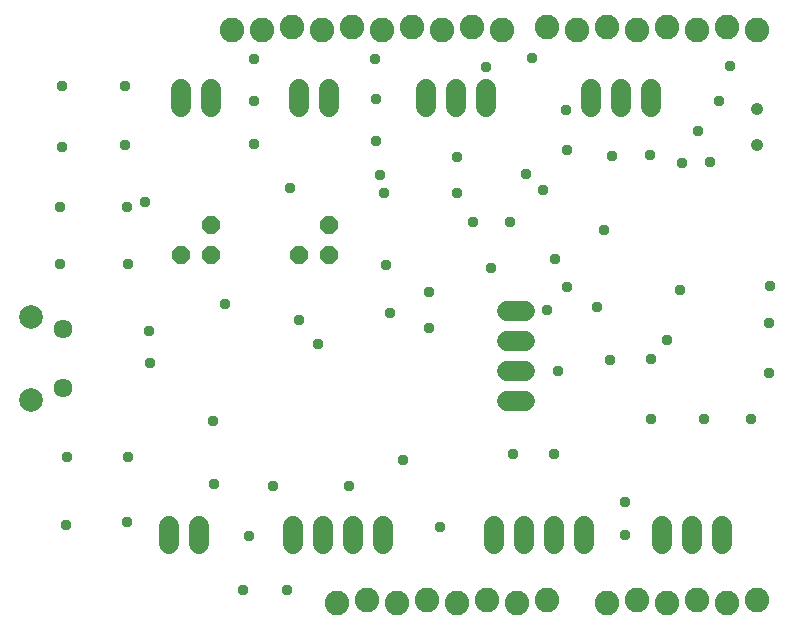
<source format=gbr>
G04 EAGLE Gerber RS-274X export*
G75*
%MOMM*%
%FSLAX34Y34*%
%LPD*%
%INSoldermask Bottom*%
%IPPOS*%
%AMOC8*
5,1,8,0,0,1.08239X$1,22.5*%
G01*
G04 Define Apertures*
%ADD10C,2.082800*%
%ADD11C,1.611200*%
%ADD12C,2.003200*%
%ADD13C,1.727200*%
%ADD14P,1.64956X8X22.5*%
%ADD15C,1.053200*%
%ADD16C,0.959600*%
D10*
X330200Y22860D03*
X355600Y25400D03*
X381000Y22860D03*
X406400Y25400D03*
X431800Y22860D03*
X457200Y25400D03*
X508000Y22860D03*
X533400Y25400D03*
X558800Y22860D03*
X584200Y25400D03*
X609600Y22860D03*
X635000Y25400D03*
X635000Y508000D03*
X609600Y510540D03*
X584200Y508000D03*
X558800Y510540D03*
X533400Y508000D03*
X508000Y510540D03*
X482600Y508000D03*
X457200Y510540D03*
X419100Y508000D03*
X393700Y510540D03*
X368300Y508000D03*
X342900Y510540D03*
X317500Y508000D03*
X292100Y510540D03*
X266700Y508000D03*
X241300Y510540D03*
X215900Y508000D03*
X190500Y508000D03*
X304800Y25400D03*
X279400Y22860D03*
D11*
X46922Y254796D03*
X46922Y204796D03*
D12*
X19922Y264796D03*
X19922Y194796D03*
D13*
X520000Y442380D02*
X520000Y457620D01*
X494600Y457620D02*
X494600Y442380D01*
X545400Y442380D02*
X545400Y457620D01*
X380000Y457620D02*
X380000Y442380D01*
X354600Y442380D02*
X354600Y457620D01*
X405400Y457620D02*
X405400Y442380D01*
X267300Y87620D02*
X267300Y72380D01*
X241900Y72380D02*
X241900Y87620D01*
X292700Y87620D02*
X292700Y72380D01*
X318100Y72380D02*
X318100Y87620D01*
X437300Y87620D02*
X437300Y72380D01*
X411900Y72380D02*
X411900Y87620D01*
X462700Y87620D02*
X462700Y72380D01*
X488100Y72380D02*
X488100Y87620D01*
X272700Y442380D02*
X272700Y457620D01*
X247300Y457620D02*
X247300Y442380D01*
X580000Y87620D02*
X580000Y72380D01*
X605400Y72380D02*
X605400Y87620D01*
X554600Y87620D02*
X554600Y72380D01*
X172700Y442380D02*
X172700Y457620D01*
X147300Y457620D02*
X147300Y442380D01*
X423380Y219300D02*
X438620Y219300D01*
X438620Y193900D02*
X423380Y193900D01*
X423380Y244700D02*
X438620Y244700D01*
X438620Y270100D02*
X423380Y270100D01*
X162700Y87620D02*
X162700Y72380D01*
X137300Y72380D02*
X137300Y87620D01*
D14*
X147300Y317300D03*
X172700Y317300D03*
X172700Y342700D03*
X247300Y317300D03*
X272700Y317300D03*
X272700Y342700D03*
D15*
X634600Y410600D03*
X634600Y440600D03*
D16*
X121000Y226000D03*
X120000Y253000D03*
X247000Y262000D03*
X324000Y268000D03*
X335000Y144000D03*
X289000Y122000D03*
X585000Y422000D03*
X405000Y476134D03*
X473000Y440000D03*
X474000Y406000D03*
X457134Y271000D03*
X499000Y273000D03*
X559000Y245000D03*
X311000Y483000D03*
X100000Y460000D03*
X209000Y483000D03*
X444000Y484000D03*
X612000Y477000D03*
X512000Y401000D03*
X544000Y402000D03*
X505000Y338000D03*
X312000Y449000D03*
X312000Y414000D03*
X321000Y309000D03*
X645000Y260000D03*
X645000Y217000D03*
X545000Y229000D03*
X545000Y178000D03*
X590000Y178000D03*
X630000Y178000D03*
X523000Y108000D03*
X523000Y80000D03*
X366000Y87000D03*
X428000Y149000D03*
X463000Y149000D03*
X237000Y34000D03*
X200000Y34000D03*
X205000Y79000D03*
X225000Y122000D03*
X175000Y123000D03*
X174000Y177000D03*
X51000Y146000D03*
X102000Y146000D03*
X50000Y89000D03*
X101000Y91000D03*
X263000Y242000D03*
X46000Y409000D03*
X100000Y410000D03*
X45000Y358000D03*
X101000Y358000D03*
X45000Y310000D03*
X102000Y310000D03*
X46000Y460000D03*
X209000Y448000D03*
X209000Y411000D03*
X184000Y276000D03*
X117000Y362000D03*
X239000Y374000D03*
X357000Y255000D03*
X357000Y286000D03*
X394000Y345000D03*
X426000Y345000D03*
X454011Y371989D03*
X463626Y313626D03*
X646000Y291000D03*
X595000Y396000D03*
X603000Y448000D03*
X474000Y290000D03*
X571000Y395000D03*
X570000Y288000D03*
X316000Y385000D03*
X381000Y400000D03*
X381000Y370000D03*
X410000Y306000D03*
X439000Y386000D03*
X319000Y370000D03*
X466000Y219000D03*
X510000Y228000D03*
M02*

</source>
